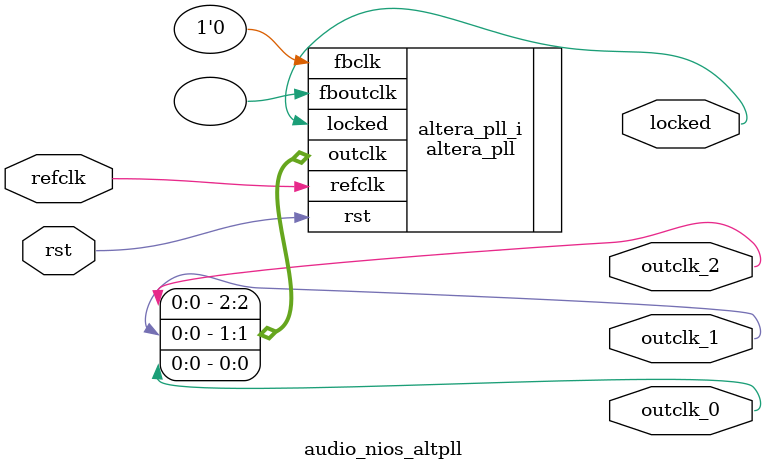
<source format=v>
`timescale 1ns/10ps
module  audio_nios_altpll(

	// interface 'refclk'
	input wire refclk,

	// interface 'reset'
	input wire rst,

	// interface 'outclk0'
	output wire outclk_0,

	// interface 'outclk1'
	output wire outclk_1,

	// interface 'outclk2'
	output wire outclk_2,

	// interface 'locked'
	output wire locked
);

	altera_pll #(
		.fractional_vco_multiplier("false"),
		.reference_clock_frequency("50.0 MHz"),
		.operation_mode("normal"),
		.number_of_clocks(3),
		.output_clock_frequency0("100.000000 MHz"),
		.phase_shift0("0 ps"),
		.duty_cycle0(50),
		.output_clock_frequency1("10.000000 MHz"),
		.phase_shift1("0 ps"),
		.duty_cycle1(50),
		.output_clock_frequency2("25.000000 MHz"),
		.phase_shift2("0 ps"),
		.duty_cycle2(50),
		.output_clock_frequency3("0 MHz"),
		.phase_shift3("0 ps"),
		.duty_cycle3(50),
		.output_clock_frequency4("0 MHz"),
		.phase_shift4("0 ps"),
		.duty_cycle4(50),
		.output_clock_frequency5("0 MHz"),
		.phase_shift5("0 ps"),
		.duty_cycle5(50),
		.output_clock_frequency6("0 MHz"),
		.phase_shift6("0 ps"),
		.duty_cycle6(50),
		.output_clock_frequency7("0 MHz"),
		.phase_shift7("0 ps"),
		.duty_cycle7(50),
		.output_clock_frequency8("0 MHz"),
		.phase_shift8("0 ps"),
		.duty_cycle8(50),
		.output_clock_frequency9("0 MHz"),
		.phase_shift9("0 ps"),
		.duty_cycle9(50),
		.output_clock_frequency10("0 MHz"),
		.phase_shift10("0 ps"),
		.duty_cycle10(50),
		.output_clock_frequency11("0 MHz"),
		.phase_shift11("0 ps"),
		.duty_cycle11(50),
		.output_clock_frequency12("0 MHz"),
		.phase_shift12("0 ps"),
		.duty_cycle12(50),
		.output_clock_frequency13("0 MHz"),
		.phase_shift13("0 ps"),
		.duty_cycle13(50),
		.output_clock_frequency14("0 MHz"),
		.phase_shift14("0 ps"),
		.duty_cycle14(50),
		.output_clock_frequency15("0 MHz"),
		.phase_shift15("0 ps"),
		.duty_cycle15(50),
		.output_clock_frequency16("0 MHz"),
		.phase_shift16("0 ps"),
		.duty_cycle16(50),
		.output_clock_frequency17("0 MHz"),
		.phase_shift17("0 ps"),
		.duty_cycle17(50),
		.pll_type("General"),
		.pll_subtype("General")
	) altera_pll_i (
		.rst	(rst),
		.outclk	({outclk_2, outclk_1, outclk_0}),
		.locked	(locked),
		.fboutclk	( ),
		.fbclk	(1'b0),
		.refclk	(refclk)
	);
endmodule


</source>
